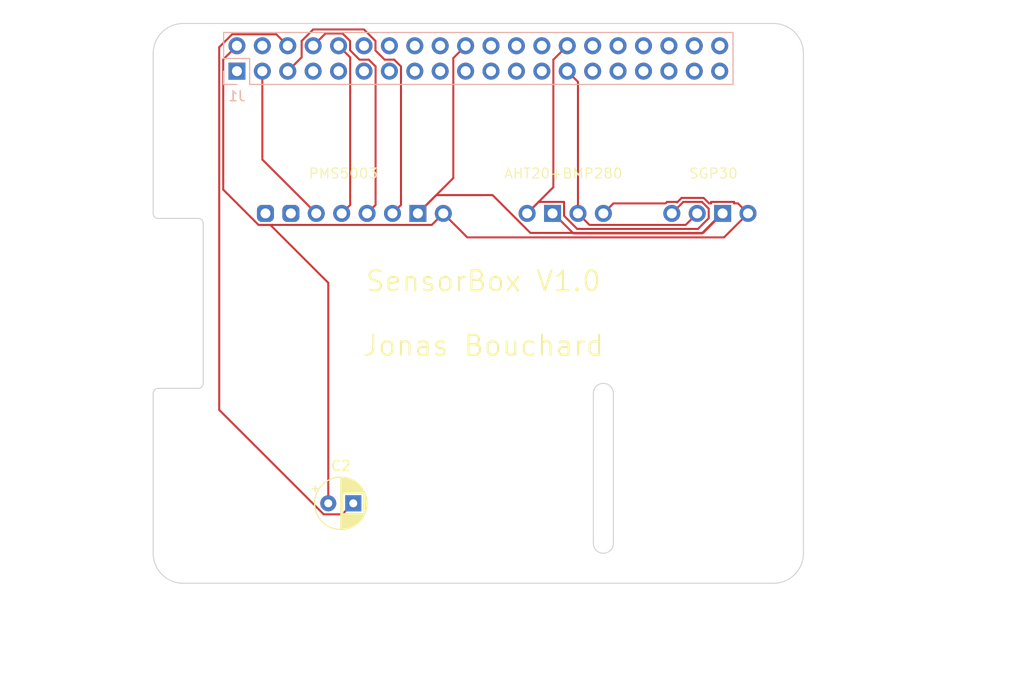
<source format=kicad_pcb>
(kicad_pcb (version 20241229) (generator "pcbnew") (generator_version "9.0")
  (title_block (date "15 nov 2012"))
  (layers (0 "F.Cu" signal) (2 "B.Cu" signal) (13 "F.Paste" user) (15 "B.Paste" user) (5 "F.SilkS" user "F.Silkscreen") (7 "B.SilkS" user "B.Silkscreen") (1 "F.Mask" user) (3 "B.Mask" user) (25 "Edge.Cuts" user))
  (net 0 "")
  (net 1 "GND")
  (net 2 "/GPIO2{slash}SDA1")
  (net 3 "/GPIO3{slash}SCL1")
  (net 4 "/GPIO4{slash}GPCLK0")
  (net 5 "/GPIO14{slash}TXD0")
  (net 6 "/GPIO15{slash}RXD0")
  (net 7 "/GPIO17")
  (net 8 "/GPIO18{slash}PCM.CLK")
  (net 9 "/GPIO27")
  (net 10 "/GPIO22")
  (net 11 "/GPIO23")
  (net 12 "/GPIO24")
  (net 13 "/GPIO10{slash}SPI0.MOSI")
  (net 14 "/GPIO9{slash}SPI0.MISO")
  (net 15 "/GPIO25")
  (net 16 "/GPIO11{slash}SPI0.SCLK")
  (net 17 "/GPIO8{slash}SPI0.CE0")
  (net 18 "/GPIO7{slash}SPI0.CE1")
  (net 19 "/ID_SDA")
  (net 20 "/ID_SCL")
  (net 21 "/GPIO5")
  (net 22 "/GPIO6")
  (net 23 "/GPIO12{slash}PWM0")
  (net 24 "/GPIO13{slash}PWM1")
  (net 25 "/GPIO19{slash}PCM.FS")
  (net 26 "/GPIO16")
  (net 27 "/GPIO26")
  (net 28 "/GPIO20{slash}PCM.DIN")
  (net 29 "/GPIO21{slash}PCM.DOUT")
  (net 30 "+5V")
  (net 31 "+3V3")
  (footprint "My_Library:PMS5003" (layer "F.Cu") (at 121.38 63 -90)
    (property "Reference" "PMS5003" (hide yes))
    (property "Value" "~" (hide yes))
    (pad "1" thru_hole circle (at 0 -7.62 270) (size 1.7 1.7) (drill 1) (layers "*.Cu" "*.Mask") (net 30 "+5V"))
    (pad "2" thru_hole rect (at 0 -5.08 270) (size 1.7 1.7) (drill 1) (layers "*.Cu" "*.Mask") (net 1 "GND"))
    (pad "3" thru_hole circle (at 0 -2.54 270) (size 1.7 1.7) (drill 1) (layers "*.Cu" "*.Mask") (net 3 "/GPIO3{slash}SCL1"))
    (pad "4" thru_hole circle (at 0 0 270) (size 1.7 1.7) (drill 1) (layers "*.Cu" "*.Mask") (net 5 "/GPIO14{slash}TXD0"))
    (pad "5" thru_hole circle (at 0 2.54 270) (size 1.7 1.7) (drill 1) (layers "*.Cu" "*.Mask") (net 6 "/GPIO15{slash}RXD0"))
    (pad "6" thru_hole circle (at 0 5.08 270) (size 1.7 1.7) (drill 1) (layers "*.Cu" "*.Mask") (net 2 "/GPIO2{slash}SDA1"))
    (pad "7" thru_hole roundrect (at 0 7.62 270) (size 1.7 1.7) (drill 1) (layers "*.Cu" "*.Mask") (roundrect_rratio 0.2941176471))
    (pad "8" thru_hole roundrect (at 0 10.16 270) (size 1.7 1.7) (drill 1) (layers "*.Cu" "*.Mask") (roundrect_rratio 0.2941176471))
  )
  (footprint "MountingHole:MountingHole_2.7mm_M2.5" (layer "F.Cu") (at 161.5 47.5)
    (property "Reference" "MH2" (hide yes))
    (property "Value" "MountingHole_2.7mm_M2.5" (hide yes))
    (pad "" np_thru_hole circle (at 0 0) (size 2.7 2.7) (drill 2.7) (layers "*.Cu" "*.Mask"))
  )
  (footprint "My_Library:AHT20 + BMP280" (layer "F.Cu") (at 142.46 63 -90)
    (property "Reference" "AHT20+BMP280" (hide yes))
    (property "Value" "~" (hide yes))
    (pad "1" thru_hole circle (at 0 -2.54 270) (size 1.7 1.7) (drill 1) (layers "*.Cu" "*.Mask") (net 30 "+5V"))
    (pad "2" thru_hole circle (at 0 0 270) (size 1.7 1.7) (drill 1) (layers "*.Cu" "*.Mask") (net 19 "/ID_SDA"))
    (pad "3" thru_hole rect (at 0 2.54 270) (size 1.7 1.7) (drill 1) (layers "*.Cu" "*.Mask") (net 1 "GND"))
    (pad "4" thru_hole circle (at 0 5.08 270) (size 1.7 1.7) (drill 1) (layers "*.Cu" "*.Mask") (net 20 "/ID_SCL"))
  )
  (footprint "My_Library:SGP30" (layer "F.Cu") (at 156.92 63 -90)
    (property "Reference" "SGP30" (at -4 0.92 0) (layer "F.SilkS") (effects (font (thickness 0.1))))
    (property "Value" "~" (hide yes))
    (pad "1" thru_hole circle (at 0 -2.54 270) (size 1.7 1.7) (drill 1) (layers "*.Cu" "*.Mask") (net 30 "+5V"))
    (pad "2" thru_hole rect (at 0 0 270) (size 1.7 1.7) (drill 1) (layers "*.Cu" "*.Mask") (net 1 "GND"))
    (pad "3" thru_hole circle (at 0 2.54 270) (size 1.7 1.7) (drill 1) (layers "*.Cu" "*.Mask") (net 19 "/ID_SDA"))
    (pad "4" thru_hole circle (at 0 5.08 270) (size 1.7 1.7) (drill 1) (layers "*.Cu" "*.Mask") (net 20 "/ID_SCL"))
  )
  (footprint "MountingHole:MountingHole_2.7mm_M2.5" (layer "F.Cu") (at 103.5 96.5)
    (property "Reference" "MH3" (hide yes))
    (property "Value" "MountingHole_2.7mm_M2.5" (hide yes))
    (pad "" np_thru_hole circle (at 0 0) (size 2.7 2.7) (drill 2.7) (layers "*.Cu" "*.Mask"))
  )
  (footprint "MountingHole:MountingHole_2.7mm_M2.5" (layer "F.Cu") (at 103.5 47.5)
    (property "Reference" "MH1" (hide yes))
    (property "Value" "MountingHole_2.7mm_M2.5" (hide yes))
    (pad "" np_thru_hole circle (at 0 0) (size 2.7 2.7) (drill 2.7) (layers "*.Cu" "*.Mask"))
  )
  (footprint "Capacitor_THT:CP_Radial_D5.0mm_P2.50mm" (layer "F.Cu") (at 117.5 92)
    (property "Reference" "C2" (at 1.25 -3.75 0) (layer "F.SilkS"))
    (property "Value" "C_Polarized")
    (fp_line (start -1.554775 -1.475) (end -1.054775 -1.475) (stroke (width 0.12)) (layer "F.SilkS"))
    (fp_line (start -1.304775 -1.725) (end -1.304775 -1.225) (stroke (width 0.12)) (layer "F.SilkS"))
    (fp_line (start 1.25 -2.58) (end 1.25 2.58) (stroke (width 0.12)) (layer "F.SilkS"))
    (fp_line (start 1.29 -2.58) (end 1.29 2.58) (stroke (width 0.12)) (layer "F.SilkS"))
    (fp_line (start 1.33 -2.579) (end 1.33 2.579) (stroke (width 0.12)) (layer "F.SilkS"))
    (fp_line (start 1.37 -2.577) (end 1.37 2.577) (stroke (width 0.12)) (layer "F.SilkS"))
    (fp_line (start 1.41 -2.575) (end 1.41 2.575) (stroke (width 0.12)) (layer "F.SilkS"))
    (fp_line (start 1.45 -2.572) (end 1.45 2.572) (stroke (width 0.12)) (layer "F.SilkS"))
    (fp_line (start 1.49 -2.569) (end 1.49 -1.04) (stroke (width 0.12)) (layer "F.SilkS"))
    (fp_line (start 1.49 1.04) (end 1.49 2.569) (stroke (width 0.12)) (layer "F.SilkS"))
    (fp_line (start 1.53 -2.565) (end 1.53 -1.04) (stroke (width 0.12)) (layer "F.SilkS"))
    (fp_line (start 1.53 1.04) (end 1.53 2.565) (stroke (width 0.12)) (layer "F.SilkS"))
    (fp_line (start 1.57 -2.56) (end 1.57 -1.04) (stroke (width 0.12)) (layer "F.SilkS"))
    (fp_line (start 1.57 1.04) (end 1.57 2.56) (stroke (width 0.12)) (layer "F.SilkS"))
    (fp_line (start 1.61 -2.555) (end 1.61 -1.04) (stroke (width 0.12)) (layer "F.SilkS"))
    (fp_line (start 1.61 1.04) (end 1.61 2.555) (stroke (width 0.12)) (layer "F.SilkS"))
    (fp_line (start 1.65 -2.549) (end 1.65 -1.04) (stroke (width 0.12)) (layer "F.SilkS"))
    (fp_line (start 1.65 1.04) (end 1.65 2.549) (stroke (width 0.12)) (layer "F.SilkS"))
    (fp_line (start 1.69 -2.543) (end 1.69 -1.04) (stroke (width 0.12)) (layer "F.SilkS"))
    (fp_line (start 1.69 1.04) (end 1.69 2.543) (stroke (width 0.12)) (layer "F.SilkS"))
    (fp_line (start 1.73 -2.536) (end 1.73 -1.04) (stroke (width 0.12)) (layer "F.SilkS"))
    (fp_line (start 1.73 1.04) (end 1.73 2.536) (stroke (width 0.12)) (layer "F.SilkS"))
    (fp_line (start 1.77 -2.528) (end 1.77 -1.04) (stroke (width 0.12)) (layer "F.SilkS"))
    (fp_line (start 1.77 1.04) (end 1.77 2.528) (stroke (width 0.12)) (layer "F.SilkS"))
    (fp_line (start 1.81 -2.519) (end 1.81 -1.04) (stroke (width 0.12)) (layer "F.SilkS"))
    (fp_line (start 1.81 1.04) (end 1.81 2.519) (stroke (width 0.12)) (layer "F.SilkS"))
    (fp_line (start 1.85 -2.51) (end 1.85 -1.04) (stroke (width 0.12)) (layer "F.SilkS"))
    (fp_line (start 1.85 1.04) (end 1.85 2.51) (stroke (width 0.12)) (layer "F.SilkS"))
    (fp_line (start 1.89 -2.501) (end 1.89 -1.04) (stroke (width 0.12)) (layer "F.SilkS"))
    (fp_line (start 1.89 1.04) (end 1.89 2.501) (stroke (width 0.12)) (layer "F.SilkS"))
    (fp_line (start 1.93 -2.49) (end 1.93 -1.04) (stroke (width 0.12)) (layer "F.SilkS"))
    (fp_line (start 1.93 1.04) (end 1.93 2.49) (stroke (width 0.12)) (layer "F.SilkS"))
    (fp_line (start 1.97 -2.479) (end 1.97 -1.04) (stroke (width 0.12)) (layer "F.SilkS"))
    (fp_line (start 1.97 1.04) (end 1.97 2.479) (stroke (width 0.12)) (layer "F.SilkS"))
    (fp_line (start 2.01 -2.467) (end 2.01 -1.04) (stroke (width 0.12)) (layer "F.SilkS"))
    (fp_line (start 2.01 1.04) (end 2.01 2.467) (stroke (width 0.12)) (layer "F.SilkS"))
    (fp_line (start 2.05 -2.455) (end 2.05 -1.04) (stroke (width 0.12)) (layer "F.SilkS"))
    (fp_line (start 2.05 1.04) (end 2.05 2.455) (stroke (width 0.12)) (layer "F.SilkS"))
    (fp_line (start 2.09 -2.442) (end 2.09 -1.04) (stroke (width 0.12)) (layer "F.SilkS"))
    (fp_line (start 2.09 1.04) (end 2.09 2.442) (stroke (width 0.12)) (layer "F.SilkS"))
    (fp_line (start 2.13 -2.428) (end 2.13 -1.04) (stroke (width 0.12)) (layer "F.SilkS"))
    (fp_line (start 2.13 1.04) (end 2.13 2.428) (stroke (width 0.12)) (layer "F.SilkS"))
    (fp_line (start 2.17 -2.413) (end 2.17 -1.04) (stroke (width 0.12)) (layer "F.SilkS"))
    (fp_line (start 2.17 1.04) (end 2.17 2.413) (stroke (width 0.12)) (layer "F.SilkS"))
    (fp_line (start 2.21 -2.398) (end 2.21 -1.04) (stroke (width 0.12)) (layer "F.SilkS"))
    (fp_line (start 2.21 1.04) (end 2.21 2.398) (stroke (width 0.12)) (layer "F.SilkS"))
    (fp_line (start 2.25 -2.382) (end 2.25 -1.04) (stroke (width 0.12)) (layer "F.SilkS"))
    (fp_line (start 2.25 1.04) (end 2.25 2.382) (stroke (width 0.12)) (layer "F.SilkS"))
    (fp_line (start 2.29 -2.365) (end 2.29 -1.04) (stroke (width 0.12)) (layer "F.SilkS"))
    (fp_line (start 2.29 1.04) (end 2.29 2.365) (stroke (width 0.12)) (layer "F.SilkS"))
    (fp_line (start 2.33 -2.347) (end 2.33 -1.04) (stroke (width 0.12)) (layer "F.SilkS"))
    (fp_line (start 2.33 1.04) (end 2.33 2.347) (stroke (width 0.12)) (layer "F.SilkS"))
    (fp_line (start 2.37 -2.329) (end 2.37 -1.04) (stroke (width 0.12)) (layer "F.SilkS"))
    (fp_line (start 2.37 1.04) (end 2.37 2.329) (stroke (width 0.12)) (layer "F.SilkS"))
    (fp_line (start 2.41 -2.309) (end 2.41 -1.04) (stroke (width 0.12)) (layer "F.SilkS"))
    (fp_line (start 2.41 1.04) (end 2.41 2.309) (stroke (width 0.12)) (layer "F.SilkS"))
    (fp_line (start 2.45 -2.289) (end 2.45 -1.04) (stroke (width 0.12)) (layer "F.SilkS"))
    (fp_line (start 2.45 1.04) (end 2.45 2.289) (stroke (width 0.12)) (layer "F.SilkS"))
    (fp_line (start 2.49 -2.268) (end 2.49 -1.04) (stroke (width 0.12)) (layer "F.SilkS"))
    (fp_line (start 2.49 1.04) (end 2.49 2.268) (stroke (width 0.12)) (layer "F.SilkS"))
    (fp_line (start 2.53 -2.246) (end 2.53 -1.04) (stroke (width 0.12)) (layer "F.SilkS"))
    (fp_line (start 2.53 1.04) (end 2.53 2.246) (stroke (width 0.12)) (layer "F.SilkS"))
    (fp_line (start 2.57 -2.223) (end 2.57 -1.04) (stroke (width 0.12)) (layer "F.SilkS"))
    (fp_line (start 2.57 1.04) (end 2.57 2.223) (stroke (width 0.12)) (layer "F.SilkS"))
    (fp_line (start 2.61 -2.199) (end 2.61 -1.04) (stroke (width 0.12)) (layer "F.SilkS"))
    (fp_line (start 2.61 1.04) (end 2.61 2.199) (stroke (width 0.12)) (layer "F.SilkS"))
    (fp_line (start 2.65 -2.175) (end 2.65 -1.04) (stroke (width 0.12)) (layer "F.SilkS"))
    (fp_line (start 2.65 1.04) (end 2.65 2.175) (stroke (width 0.12)) (layer "F.SilkS"))
    (fp_line (start 2.69 -2.149) (end 2.69 -1.04) (stroke (width 0.12)) (layer "F.SilkS"))
    (fp_line (start 2.69 1.04) (end 2.69 2.149) (stroke (width 0.12)) (layer "F.SilkS"))
    (fp_line (start 2.73 -2.122) (end 2.73 -1.04) (stroke (width 0.12)) (layer "F.SilkS"))
    (fp_line (start 2.73 1.04) (end 2.73 2.122) (stroke (width 0.12)) (layer "F.SilkS"))
    (fp_line (start 2.77 -2.094) (end 2.77 -1.04) (stroke (width 0.12)) (layer "F.SilkS"))
    (fp_line (start 2.77 1.04) (end 2.77 2.094) (stroke (width 0.12)) (layer "F.SilkS"))
    (fp_line (start 2.81 -2.065) (end 2.81 -1.04) (stroke (width 0.12)) (layer "F.SilkS"))
    (fp_line (start 2.81 1.04) (end 2.81 2.065) (stroke (width 0.12)) (layer "F.SilkS"))
    (fp_line (start 2.85 -2.035) (end 2.85 -1.04) (stroke (width 0.12)) (layer "F.SilkS"))
    (fp_line (start 2.85 1.04) (end 2.85 2.035) (stroke (width 0.12)) (layer "F.SilkS"))
    (fp_line (start 2.89 -2.003) (end 2.89 -1.04) (stroke (width 0.12)) (layer "F.SilkS"))
    (fp_line (start 2.89 1.04) (end 2.89 2.003) (stroke (width 0.12)) (layer "F.SilkS"))
    (fp_line (start 2.93 -1.97) (end 2.93 -1.04) (stroke (width 0.12)) (layer "F.SilkS"))
    (fp_line (start 2.93 1.04) (end 2.93 1.97) (stroke (width 0.12)) (layer "F.SilkS"))
    (fp_line (start 2.97 -1.936) (end 2.97 -1.04) (stroke (width 0.12)) (layer "F.SilkS"))
    (fp_line (start 2.97 1.04) (end 2.97 1.936) (stroke (width 0.12)) (layer "F.SilkS"))
    (fp_line (start 3.01 -1.901) (end 3.01 -1.04) (stroke (width 0.12)) (layer "F.SilkS"))
    (fp_line (start 3.01 1.04) (end 3.01 1.901) (stroke (width 0.12)) (layer "F.SilkS"))
    (fp_line (start 3.05 -1.864) (end 3.05 -1.04) (stroke (width 0.12)) (layer "F.SilkS"))
    (fp_line (start 3.05 1.04) (end 3.05 1.864) (stroke (width 0.12)) (layer "F.SilkS"))
    (fp_line (start 3.09 -1.825) (end 3.09 -1.04) (stroke (width 0.12)) (layer "F.SilkS"))
    (fp_line (start 3.09 1.04) (end 3.09 1.825) (stroke (width 0.12)) (layer "F.SilkS"))
    (fp_line (start 3.13 -1.785) (end 3.13 -1.04) (stroke (width 0.12)) (layer "F.SilkS"))
    (fp_line (start 3.13 1.04) (end 3.13 1.785) (stroke (width 0.12)) (layer "F.SilkS"))
    (fp_line (start 3.17 -1.743) (end 3.17 -1.04) (stroke (width 0.12)) (layer "F.SilkS"))
    (fp_line (start 3.17 1.04) (end 3.17 1.743) (stroke (width 0.12)) (layer "F.SilkS"))
    (fp_line (start 3.21 -1.699) (end 3.21 -1.04) (stroke (width 0.12)) (layer "F.SilkS"))
    (fp_line (start 3.21 1.04) (end 3.21 1.699) (stroke (width 0.12)) (layer "F.SilkS"))
    (fp_line (start 3.25 -1.652) (end 3.25 -1.04) (stroke (width 0.12)) (layer "F.SilkS"))
    (fp_line (start 3.25 1.04) (end 3.25 1.652) (stroke (width 0.12)) (layer "F.SilkS"))
    (fp_line (start 3.29 -1.604) (end 3.29 -1.04) (stroke (width 0.12)) (layer "F.SilkS"))
    (fp_line (start 3.29 1.04) (end 3.29 1.604) (stroke (width 0.12)) (layer "F.SilkS"))
    (fp_line (start 3.33 -1.553) (end 3.33 -1.04) (stroke (width 0.12)) (layer "F.SilkS"))
    (fp_line (start 3.33 1.04) (end 3.33 1.553) (stroke (width 0.12)) (layer "F.SilkS"))
    (fp_line (start 3.37 -1.499) (end 3.37 -1.04) (stroke (width 0.12)) (layer "F.SilkS"))
    (fp_line (start 3.37 1.04) (end 3.37 1.499) (stroke (width 0.12)) (layer "F.SilkS"))
    (fp_line (start 3.41 -1.443) (end 3.41 -1.04) (stroke (width 0.12)) (layer "F.SilkS"))
    (fp_line (start 3.41 1.04) (end 3.41 1.443) (stroke (width 0.12)) (layer "F.SilkS"))
    (fp_line (start 3.45 -1.383) (end 3.45 -1.04) (stroke (width 0.12)) (layer "F.SilkS"))
    (fp_line (start 3.45 1.04) (end 3.45 1.383) (stroke (width 0.12)) (layer "F.SilkS"))
    (fp_line (start 3.49 -1.319) (end 3.49 -1.04) (stroke (width 0.12)) (layer "F.SilkS"))
    (fp_line (start 3.49 1.04) (end 3.49 1.319) (stroke (width 0.12)) (layer "F.SilkS"))
    (fp_line (start 3.53 -1.251) (end 3.53 -1.04) (stroke (width 0.12)) (layer "F.SilkS"))
    (fp_line (start 3.53 1.04) (end 3.53 1.251) (stroke (width 0.12)) (layer "F.SilkS"))
    (fp_line (start 3.57 -1.177) (end 3.57 1.177) (stroke (width 0.12)) (layer "F.SilkS"))
    (fp_line (start 3.61 -1.098) (end 3.61 1.098) (stroke (width 0.12)) (layer "F.SilkS"))
    (fp_line (start 3.65 -1.011) (end 3.65 1.011) (stroke (width 0.12)) (layer "F.SilkS"))
    (fp_line (start 3.69 -0.914) (end 3.69 0.914) (stroke (width 0.12)) (layer "F.SilkS"))
    (fp_line (start 3.73 -0.805) (end 3.73 0.805) (stroke (width 0.12)) (layer "F.SilkS"))
    (fp_line (start 3.77 -0.677) (end 3.77 0.677) (stroke (width 0.12)) (layer "F.SilkS"))
    (fp_line (start 3.81 -0.517) (end 3.81 0.517) (stroke (width 0.12)) (layer "F.SilkS"))
    (fp_line (start 3.85 -0.283) (end 3.85 0.283) (stroke (width 0.12)) (layer "F.SilkS"))
    (fp_circle (center 1.25 0) (end 3.87 0) (stroke (width 0.12)) (fill no) (layer "F.SilkS"))
    (pad "1" thru_hole circle (at 0 0) (size 1.6 1.6) (drill 0.8) (layers "*.Cu" "*.Mask") (net 30 "+5V"))
    (pad "2" thru_hole rect (at 2.5 0) (size 1.6 1.6) (drill 0.8) (layers "*.Cu" "*.Mask") (net 1 "GND"))
  )
  (footprint "MountingHole:MountingHole_2.7mm_M2.5" (layer "F.Cu") (at 161.5 96.5)
    (property "Reference" "MH4" (hide yes))
    (property "Value" "MountingHole_2.7mm_M2.5" (hide yes))
    (pad "" np_thru_hole circle (at 0 0) (size 2.7 2.7) (drill 2.7) (layers "*.Cu" "*.Mask"))
  )
  (footprint "Connector_PinSocket_2.54mm:PinSocket_2x20_P2.54mm_Vertical" (layer "B.Cu") (at 108.37 48.77 -90)
    (property "Reference" "J1" (at 2.5 0 0) (layer "B.SilkS") (effects (justify mirror)))
    (property "Value" "GPIO")
    (fp_line (start -3.87 1.33) (end -1.27 1.33) (stroke (width 0.12)) (layer "B.SilkS"))
    (fp_line (start -3.87 1.33) (end -3.87 -49.59) (stroke (width 0.12)) (layer "B.SilkS"))
    (fp_line (start -1.27 1.33) (end -1.27 -1.27) (stroke (width 0.12)) (layer "B.SilkS"))
    (fp_line (start 0 1.33) (end 1.33 1.33) (stroke (width 0.12)) (layer "B.SilkS"))
    (fp_line (start 1.33 1.33) (end 1.33 0) (stroke (width 0.12)) (layer "B.SilkS"))
    (fp_line (start -1.27 -1.27) (end 1.33 -1.27) (stroke (width 0.12)) (layer "B.SilkS"))
    (fp_line (start 1.33 -1.27) (end 1.33 -49.59) (stroke (width 0.12)) (layer "B.SilkS"))
    (fp_line (start -3.87 -49.59) (end 1.33 -49.59) (stroke (width 0.12)) (layer "B.SilkS"))
    (pad "1" thru_hole rect (at 0 0 270) (size 1.7 1.7) (drill 1) (layers "*.Cu" "*.Mask") (net 31 "+3V3"))
    (pad "2" thru_hole oval (at -2.54 0 270) (size 1.7 1.7) (drill 1) (layers "*.Cu" "*.Mask") (net 30 "+5V"))
    (pad "3" thru_hole oval (at 0 -2.54 270) (size 1.7 1.7) (drill 1) (layers "*.Cu" "*.Mask") (net 2 "/GPIO2{slash}SDA1"))
    (pad "4" thru_hole oval (at -2.54 -2.54 270) (size 1.7 1.7) (drill 1) (layers "*.Cu" "*.Mask") (net 30 "+5V"))
    (pad "5" thru_hole oval (at 0 -5.08 270) (size 1.7 1.7) (drill 1) (layers "*.Cu" "*.Mask") (net 3 "/GPIO3{slash}SCL1"))
    (pad "6" thru_hole oval (at -2.54 -5.08 270) (size 1.7 1.7) (drill 1) (layers "*.Cu" "*.Mask") (net 1 "GND"))
    (pad "7" thru_hole oval (at 0 -7.62 270) (size 1.7 1.7) (drill 1) (layers "*.Cu" "*.Mask") (net 4 "/GPIO4{slash}GPCLK0"))
    (pad "8" thru_hole oval (at -2.54 -7.62 270) (size 1.7 1.7) (drill 1) (layers "*.Cu" "*.Mask") (net 5 "/GPIO14{slash}TXD0"))
    (pad "9" thru_hole oval (at 0 -10.16 270) (size 1.7 1.7) (drill 1) (layers "*.Cu" "*.Mask") (net 1 "GND"))
    (pad "10" thru_hole oval (at -2.54 -10.16 270) (size 1.7 1.7) (drill 1) (layers "*.Cu" "*.Mask") (net 6 "/GPIO15{slash}RXD0"))
    (pad "11" thru_hole oval (at 0 -12.7 270) (size 1.7 1.7) (drill 1) (layers "*.Cu" "*.Mask") (net 7 "/GPIO17"))
    (pad "12" thru_hole oval (at -2.54 -12.7 270) (size 1.7 1.7) (drill 1) (layers "*.Cu" "*.Mask") (net 8 "/GPIO18{slash}PCM.CLK"))
    (pad "13" thru_hole oval (at 0 -15.24 270) (size 1.7 1.7) (drill 1) (layers "*.Cu" "*.Mask") (net 9 "/GPIO27"))
    (pad "14" thru_hole oval (at -2.54 -15.24 270) (size 1.7 1.7) (drill 1) (layers "*.Cu" "*.Mask") (net 1 "GND"))
    (pad "15" thru_hole oval (at 0 -17.78 270) (size 1.7 1.7) (drill 1) (layers "*.Cu" "*.Mask") (net 10 "/GPIO22"))
    (pad "16" thru_hole oval (at -2.54 -17.78 270) (size 1.7 1.7) (drill 1) (layers "*.Cu" "*.Mask") (net 11 "/GPIO23"))
    (pad "17" thru_hole oval (at 0 -20.32 270) (size 1.7 1.7) (drill 1) (layers "*.Cu" "*.Mask") (net 31 "+3V3"))
    (pad "18" thru_hole oval (at -2.54 -20.32 270) (size 1.7 1.7) (drill 1) (layers "*.Cu" "*.Mask") (net 12 "/GPIO24"))
    (pad "19" thru_hole oval (at 0 -22.86 270) (size 1.7 1.7) (drill 1) (layers "*.Cu" "*.Mask") (net 13 "/GPIO10{slash}SPI0.MOSI"))
    (pad "20" thru_hole oval (at -2.54 -22.86 270) (size 1.7 1.7) (drill 1) (layers "*.Cu" "*.Mask") (net 1 "GND"))
    (pad "21" thru_hole oval (at 0 -25.4 270) (size 1.7 1.7) (drill 1) (layers "*.Cu" "*.Mask") (net 14 "/GPIO9{slash}SPI0.MISO"))
    (pad "22" thru_hole oval (at -2.54 -25.4 270) (size 1.7 1.7) (drill 1) (layers "*.Cu" "*.Mask") (net 15 "/GPIO25"))
    (pad "23" thru_hole oval (at 0 -27.94 270) (size 1.7 1.7) (drill 1) (layers "*.Cu" "*.Mask") (net 16 "/GPIO11{slash}SPI0.SCLK"))
    (pad "24" thru_hole oval (at -2.54 -27.94 270) (size 1.7 1.7) (drill 1) (layers "*.Cu" "*.Mask") (net 17 "/GPIO8{slash}SPI0.CE0"))
    (pad "25" thru_hole oval (at 0 -30.48 270) (size 1.7 1.7) (drill 1) (layers "*.Cu" "*.Mask") (net 1 "GND"))
    (pad "26" thru_hole oval (at -2.54 -30.48 270) (size 1.7 1.7) (drill 1) (layers "*.Cu" "*.Mask") (net 18 "/GPIO7{slash}SPI0.CE1"))
    (pad "27" thru_hole oval (at 0 -33.02 270) (size 1.7 1.7) (drill 1) (layers "*.Cu" "*.Mask") (net 19 "/ID_SDA"))
    (pad "28" thru_hole oval (at -2.54 -33.02 270) (size 1.7 1.7) (drill 1) (layers "*.Cu" "*.Mask") (net 20 "/ID_SCL"))
    (pad "29" thru_hole oval (at 0 -35.56 270) (size 1.7 1.7) (drill 1) (layers "*.Cu" "*.Mask") (net 21 "/GPIO5"))
    (pad "30" thru_hole oval (at -2.54 -35.56 270) (size 1.7 1.7) (drill 1) (layers "*.Cu" "*.Mask") (net 1 "GND"))
    (pad "31" thru_hole oval (at 0 -38.1 270) (size 1.7 1.7) (drill 1) (layers "*.Cu" "*.Mask") (net 22 "/GPIO6"))
    (pad "32" thru_hole oval (at -2.54 -38.1 270) (size 1.7 1.7) (drill 1) (layers "*.Cu" "*.Mask") (net 23 "/GPIO12{slash}PWM0"))
    (pad "33" thru_hole oval (at 0 -40.64 270) (size 1.7 1.7) (drill 1) (layers "*.Cu" "*.Mask") (net 24 "/GPIO13{slash}PWM1"))
    (pad "34" thru_hole oval (at -2.54 -40.64 270) (size 1.7 1.7) (drill 1) (layers "*.Cu" "*.Mask") (net 1 "GND"))
    (pad "35" thru_hole oval (at 0 -43.18 270) (size 1.7 1.7) (drill 1) (layers "*.Cu" "*.Mask") (net 25 "/GPIO19{slash}PCM.FS"))
    (pad "36" thru_hole oval (at -2.54 -43.18 270) (size 1.7 1.7) (drill 1) (layers "*.Cu" "*.Mask") (net 26 "/GPIO16"))
    (pad "37" thru_hole oval (at 0 -45.72 270) (size 1.7 1.7) (drill 1) (layers "*.Cu" "*.Mask") (net 27 "/GPIO26"))
    (pad "38" thru_hole oval (at -2.54 -45.72 270) (size 1.7 1.7) (drill 1) (layers "*.Cu" "*.Mask") (net 28 "/GPIO20{slash}PCM.DIN"))
    (pad "39" thru_hole oval (at 0 -48.26 270) (size 1.7 1.7) (drill 1) (layers "*.Cu" "*.Mask") (net 1 "GND"))
    (pad "40" thru_hole oval (at -2.54 -48.26 270) (size 1.7 1.7) (drill 1) (layers "*.Cu" "*.Mask") (net 29 "/GPIO21{slash}PCM.DOUT"))
  )
  (gr_arc (start 100.5 63.5) (mid 100.146447 63.353553) (end 100 63) (stroke (width 0.1)) (layer "Edge.Cuts"))
  (gr_arc (start 162 44) (mid 164.12132 44.87868) (end 165 47) (stroke (width 0.1)) (layer "Edge.Cuts"))
  (gr_line (start 165 97) (end 165 47) (stroke (width 0.1)) (layer "Edge.Cuts"))
  (gr_line (start 100 47) (end 100 63) (stroke (width 0.1)) (layer "Edge.Cuts"))
  (gr_line (start 146 81) (end 146 96) (stroke (width 0.1)) (layer "Edge.Cuts"))
  (gr_line (start 144 96) (end 144 81) (stroke (width 0.1)) (layer "Edge.Cuts"))
  (gr_arc (start 103 100) (mid 100.87868 99.12132) (end 100 97) (stroke (width 0.1)) (layer "Edge.Cuts"))
  (gr_line (start 103 100) (end 162 100) (stroke (width 0.1)) (layer "Edge.Cuts"))
  (gr_line (start 104.5 80.5) (end 100.5 80.5) (stroke (width 0.1)) (layer "Edge.Cuts"))
  (gr_arc (start 144 81) (mid 145 80) (end 146 81) (stroke (width 0.1)) (layer "Edge.Cuts"))
  (gr_arc (start 100 81) (mid 100.146138 80.646755) (end 100.499127 80.500001) (stroke (width 0.1)) (layer "Edge.Cuts"))
  (gr_arc (start 165 97) (mid 164.12132 99.12132) (end 162 100) (stroke (width 0.1)) (layer "Edge.Cuts"))
  (gr_line (start 105 64) (end 105 80) (stroke (width 0.1)) (layer "Edge.Cuts"))
  (gr_arc (start 100 47) (mid 100.87868 44.87868) (end 103 44) (stroke (width 0.1)) (layer "Edge.Cuts"))
  (gr_arc (start 146 96) (mid 145 97) (end 144 96) (stroke (width 0.1)) (layer "Edge.Cuts"))
  (gr_line (start 100 81) (end 100 97) (stroke (width 0.1)) (layer "Edge.Cuts"))
  (gr_line (start 100.5 63.5) (end 104.5 63.5) (stroke (width 0.1)) (layer "Edge.Cuts"))
  (gr_arc (start 105 80) (mid 104.853553 80.353553) (end 104.5 80.5) (stroke (width 0.1)) (layer "Edge.Cuts"))
  (gr_arc (start 104.5 63.5) (mid 104.853553 63.646447) (end 105 64) (stroke (width 0.1)) (layer "Edge.Cuts"))
  (gr_line (start 162 44) (end 103 44) (stroke (width 0.1)) (layer "Edge.Cuts"))
  (gr_text "PMS5003" (at 119 59 0) (layer "F.SilkS") (effects (font (size 1 1) (thickness 0.1))))
  (gr_text "AHT20+BMP280" (at 141 59 0) (layer "F.SilkS") (effects (font (size 1 1) (thickness 0.1))))
  (gr_text "SensorBox V1.0\n\nJonas Bouchard" (at 133 73 0) (layer "F.SilkS") (effects (font (size 2 2) (thickness 0.2))))
  (segment (start 130 47.46) (end 131.23 46.23) (width 0.2) (layer "F.Cu") (net 1))
  (segment (start 106.599 82.65605) (end 106.599 46.37324) (width 0.2) (layer "F.Cu") (net 1))
  (segment (start 128.291429 61.168571) (end 133.920811 61.168571) (width 0.2) (layer "F.Cu") (net 1))
  (segment (start 106.599 46.37324) (end 107.89324 45.079) (width 0.2) (layer "F.Cu") (net 1))
  (segment (start 118.899 93.101) (end 117.04395 93.101) (width 0.2) (layer "F.Cu") (net 1))
  (segment (start 156.84 63) (end 154.84 65) (width 0.2) (layer "F.Cu") (net 1))
  (segment (start 137.70524 64.953) (end 154.967 64.953) (width 0.2) (layer "F.Cu") (net 1))
  (segment (start 154.967 64.953) (end 156.92 63) (width 0.2) (layer "F.Cu") (net 1))
  (segment (start 126.46 63) (end 128.291429 61.168571) (width 0.2) (layer "F.Cu") (net 1))
  (segment (start 142 65) (end 154.84 65) (width 0.2) (layer "F.Cu") (net 1))
  (segment (start 126.46 63) (end 130 59.46) (width 0.2) (layer "F.Cu") (net 1))
  (segment (start 117.04395 93.101) (end 106.599 82.65605) (width 0.2) (layer "F.Cu") (net 1))
  (segment (start 140 63) (end 142 65) (width 0.2) (layer "F.Cu") (net 1))
  (segment (start 107.89324 45.079) (end 112.299 45.079) (width 0.2) (layer "F.Cu") (net 1))
  (segment (start 139.92 63) (end 140 63) (width 0.2) (layer "F.Cu") (net 1))
  (segment (start 133.920811 61.168571) (end 137.70524 64.953) (width 0.2) (layer "F.Cu") (net 1))
  (segment (start 156.92 63) (end 156.84 63) (width 0.2) (layer "F.Cu") (net 1))
  (segment (start 120 92) (end 118.899 93.101) (width 0.2) (layer "F.Cu") (net 1))
  (segment (start 112.299 45.079) (end 113.45 46.23) (width 0.2) (layer "F.Cu") (net 1))
  (segment (start 130 59.46) (end 130 47.46) (width 0.2) (layer "F.Cu") (net 1))
  (segment (start 110.91 57.61) (end 110.91 48.77) (width 0.2) (layer "F.Cu") (net 2))
  (segment (start 116.3 63) (end 110.91 57.61) (width 0.2) (layer "F.Cu") (net 2))
  (segment (start 115.99324 44.599) (end 114.839 45.75324) (width 0.2) (layer "F.Cu") (net 3))
  (segment (start 122.221 46.70676) (end 122.221 45.75324) (width 0.2) (layer "F.Cu") (net 3))
  (segment (start 114.839 45.75324) (end 114.839 47.381) (width 0.2) (layer "F.Cu") (net 3))
  (segment (start 122.221 45.75324) (end 121.06676 44.599) (width 0.2) (layer "F.Cu") (net 3))
  (segment (start 124.77 62.15) (end 124.77 48.30224) (width 0.2) (layer "F.Cu") (net 3))
  (segment (start 124.77 48.30224) (end 124.08676 47.619) (width 0.2) (layer "F.Cu") (net 3))
  (segment (start 124.08676 47.619) (end 123.13324 47.619) (width 0.2) (layer "F.Cu") (net 3))
  (segment (start 121.06676 44.599) (end 115.99324 44.599) (width 0.2) (layer "F.Cu") (net 3))
  (segment (start 123.92 63) (end 124.77 62.15) (width 0.2) (layer "F.Cu") (net 3))
  (segment (start 123.13324 47.619) (end 122.221 46.70676) (width 0.2) (layer "F.Cu") (net 3))
  (segment (start 114.839 47.381) (end 113.45 48.77) (width 0.2) (layer "F.Cu") (net 3))
  (segment (start 121.54676 47.619) (end 120.619 47.619) (width 0.2) (layer "F.Cu") (net 5))
  (segment (start 121.38 63) (end 122.23 62.15) (width 0.2) (layer "F.Cu") (net 5))
  (segment (start 122.23 62.15) (end 122.23 48.30224) (width 0.2) (layer "F.Cu") (net 5))
  (segment (start 119.681 46.681) (end 119.681 45.75324) (width 0.2) (layer "F.Cu") (net 5))
  (segment (start 120.619 47.619) (end 119.681 46.681) (width 0.2) (layer "F.Cu") (net 5))
  (segment (start 117.22 45) (end 115.99 46.23) (width 0.2) (layer "F.Cu") (net 5))
  (segment (start 118.92776 45) (end 117.22 45) (width 0.2) (layer "F.Cu") (net 5))
  (segment (start 119.681 45.75324) (end 118.92776 45) (width 0.2) (layer "F.Cu") (net 5))
  (segment (start 122.23 48.30224) (end 121.54676 47.619) (width 0.2) (layer "F.Cu") (net 5))
  (segment (start 119.69 62.15) (end 119.69 47.39) (width 0.2) (layer "F.Cu") (net 6))
  (segment (start 119.69 47.39) (end 118.53 46.23) (width 0.2) (layer "F.Cu") (net 6))
  (segment (start 118.84 63) (end 119.69 62.15) (width 0.2) (layer "F.Cu") (net 6))
  (segment (start 153.229 64.151) (end 143.611 64.151) (width 0.2) (layer "F.Cu") (net 19))
  (segment (start 142.46 49.84) (end 141.39 48.77) (width 0.2) (layer "F.Cu") (net 19))
  (segment (start 143.611 64.151) (end 142.46 63) (width 0.2) (layer "F.Cu") (net 19))
  (segment (start 154.38 63) (end 153.229 64.151) (width 0.2) (layer "F.Cu") (net 19))
  (segment (start 142.46 63) (end 142.46 49.84) (width 0.2) (layer "F.Cu") (net 19))
  (segment (start 140.001 47.619) (end 141.39 46.23) (width 0.2) (layer "F.Cu") (net 20))
  (segment (start 142.38424 64.552) (end 141.071 63.23876) (width 0.2) (layer "F.Cu") (net 20))
  (segment (start 152.991 61.849) (end 154.85676 61.849) (width 0.2) (layer "F.Cu") (net 20))
  (segment (start 155.531 62.52324) (end 155.531 63.47676) (width 0.2) (layer "F.Cu") (net 20))
  (segment (start 141.071 61.849) (end 138.531 61.849) (width 0.2) (layer "F.Cu") (net 20))
  (segment (start 138.531 61.849) (end 137.38 63) (width 0.2) (layer "F.Cu") (net 20))
  (segment (start 140.001 60.379) (end 140.001 47.619) (width 0.2) (layer "F.Cu") (net 20))
  (segment (start 155.531 63.47676) (end 154.45576 64.552) (width 0.2) (layer "F.Cu") (net 20))
  (segment (start 151.84 63) (end 152.991 61.849) (width 0.2) (layer "F.Cu") (net 20))
  (segment (start 154.85676 61.849) (end 155.531 62.52324) (width 0.2) (layer "F.Cu") (net 20))
  (segment (start 137.38 63) (end 140.001 60.379) (width 0.2) (layer "F.Cu") (net 20))
  (segment (start 141.071 63.23876) (end 141.071 61.849) (width 0.2) (layer "F.Cu") (net 20))
  (segment (start 154.45576 64.552) (end 142.38424 64.552) (width 0.2) (layer "F.Cu") (net 20))
  (segment (start 131.401 65.401) (end 157.059 65.401) (width 0.2) (layer "F.Cu") (net 30))
  (segment (start 158.071 62) (end 158.46 62) (width 0.2) (layer "F.Cu") (net 30))
  (segment (start 117.5 69.94295) (end 117.5 92) (width 0.2) (layer "F.Cu") (net 30))
  (segment (start 155.769 62) (end 155.769 61.849) (width 0.2) (layer "F.Cu") (net 30))
  (segment (start 145 63) (end 146 62) (width 0.2) (layer "F.Cu") (net 30))
  (segment (start 151.36324 61.849) (end 152.31676 61.849) (width 0.2) (layer "F.Cu") (net 30))
  (segment (start 158.46 62) (end 159.46 63) (width 0.2) (layer "F.Cu") (net 30))
  (segment (start 155.769 61.849) (end 158.071 61.849) (width 0.2) (layer "F.Cu") (net 30))
  (segment (start 157.059 65.401) (end 159.46 63) (width 0.2) (layer "F.Cu") (net 30))
  (segment (start 107 60.620058) (end 107 47.6) (width 0.2) (layer "F.Cu") (net 30))
  (segment (start 158.071 61.849) (end 158.071 62) (width 0.2) (layer "F.Cu") (net 30))
  (segment (start 107 47.6) (end 108.37 46.23) (width 0.2) (layer "F.Cu") (net 30))
  (segment (start 146 62) (end 151.21224 62) (width 0.2) (layer "F.Cu") (net 30))
  (segment (start 111.70805 64.151) (end 110.530942 64.151) (width 0.2) (layer "F.Cu") (net 30))
  (segment (start 155.02286 61.448) (end 155.57486 62) (width 0.2) (layer "F.Cu") (net 30))
  (segment (start 109.689971 63.310029) (end 107 60.620058) (width 0.2) (layer "F.Cu") (net 30))
  (segment (start 127.849 64.151) (end 110.530942 64.151) (width 0.2) (layer "F.Cu") (net 30))
  (segment (start 152.37033 61.90257) (end 152.8249 61.448) (width 0.2) (layer "F.Cu") (net 30))
  (segment (start 155.57486 62) (end 155.769 62) (width 0.2) (layer "F.Cu") (net 30))
  (segment (start 129 63) (end 127.849 64.151) (width 0.2) (layer "F.Cu") (net 30))
  (segment (start 151.21224 62) (end 151.36324 61.849) (width 0.2) (layer "F.Cu") (net 30))
  (segment (start 152.31676 61.849) (end 152.37033 61.90257) (width 0.2) (layer "F.Cu") (net 30))
  (segment (start 110.530942 64.151) (end 109.689971 63.310029) (width 0.2) (layer "F.Cu") (net 30))
  (segment (start 152.8249 61.448) (end 155.02286 61.448) (width 0.2) (layer "F.Cu") (net 30))
  (segment (start 129 63) (end 131.401 65.401) (width 0.2) (layer "F.Cu") (net 30))
  (segment (start 111.70805 64.151) (end 117.5 69.94295) (width 0.2) (layer "F.Cu") (net 30))
)
</source>
